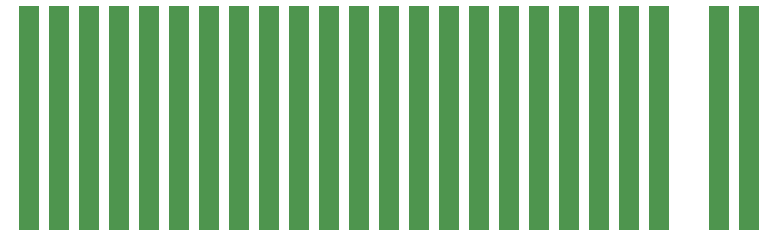
<source format=gtl>
G04 EAGLE Gerber RS-274X export*
G75*
%MOMM*%
%FSLAX34Y34*%
%LPD*%
%INTop Copper*%
%IPPOS*%
%AMOC8*
5,1,8,0,0,1.08239X$1,22.5*%
G01*
%ADD10R,1.778000X19.050000*%


D10*
X12700Y166370D03*
X38100Y166370D03*
X63500Y166370D03*
X88900Y166370D03*
X114300Y166370D03*
X139700Y166370D03*
X165100Y166370D03*
X190500Y166370D03*
X215900Y166370D03*
X241300Y166370D03*
X266700Y166370D03*
X292100Y166370D03*
X317500Y166370D03*
X342900Y166370D03*
X368300Y166370D03*
X393700Y166370D03*
X419100Y166370D03*
X444500Y166370D03*
X469900Y166370D03*
X495300Y166370D03*
X520700Y166370D03*
X546100Y166370D03*
X596900Y166370D03*
X622300Y166370D03*
M02*

</source>
